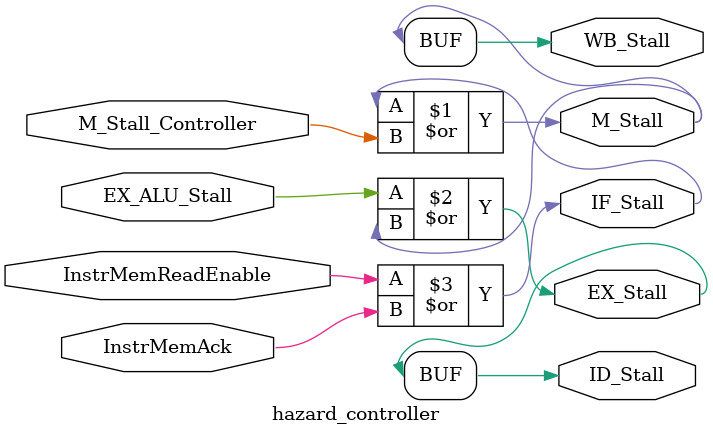
<source format=sv>
/*
 * Description:
 *   Hazard Detection and Forward Control. This is the glue that allows a
 *   pipelined processor to operate efficiently and correctly in the presence
 *   of data, structural, and control hazards. For each pipeline stage, it
 *   detects whether that stage requires data that is still in the pipeline,
 *   and whether that data may be forwarded or if the pipeline must be stalled.
 *
 *   This module is heavily commented. Read below for more information.
 */
module hazard_controller(
  // I-Memory signal for IF_Stall
  input InstrMemReadEnable,
  input InstrMemAck,
  // ex) DIV stall
  input EX_ALU_Stall,
  // memory stall
  input M_Stall_Controller,  // Determined by data memory controller

  // stall
  output IF_Stall,
  output ID_Stall,
  output EX_Stall,
  output M_Stall,
  output WB_Stall
);

  /* Hazard and Forward Detection
   *
   * Most instructions read from one or more registers. Normally this occurs in
   * the ID stage. However, frequently the register file in the ID stage is stale
   * when one or more forward stages in the pipeline (EX, MEM, or WB) contains
   * an instruction which will eventually update it but has not yet done so.
   *
   * A hazard condition is created when a forward pipeline stage is set to write
   * the same register that a current pipeline stage (e.g. in ID) needs to read.
   * The solution is to stall the current stage (and effectively all stages behind
   * it) or bypass (forward) the data from forward stages. Fortunately forwarding
   * works for most combinations of instructions.
   *
   * Hazard and Forward conditions are handled based on two simple rules:
   * "Wants" and "Needs." If an instruction "wants" data in a certain pipeline
   * stage, and that data is available further along in the pipeline, it will
   * be forwarded. If it "needs" data and the data is not yet available for forwarding,
   * the pipeline stage stalls. If it does not want or need data in a certain
   * stage, forwarding is disabled and a stall will not occur. This is important
   * for instructions which insert custom data, such as jal or movz.
   *
   * Currently, "Want" and "Need" conditions are defined for both Rs data and Rt
   * data (the two read registers in MIPS), and these conditions exist in the
   * ID and EX pipeline stages. This is a total of eight condition bits.
   *
   * A unique exception exists with Store instructions, which don't need the
   * "Rt" data until the MEM stage. Because data doesn't change in WB, and WB
   * is the only stage following MEM, forwarding is *always* possible from
   * WB to Mem. This unit handles this situation, and a condition bit is not
   * needed.
   *
   * When data is needed from the MEM stage by a previous stage (ID or EX), the
   * decision to forward or stall is based on whether MEM is accessing memory
   * (stall) or not (forward). Normally store instructions don't write to registers
   * and thus are never needed for a data dependence, so the signal 'MEM_MemRead'
   * is sufficient to determine. Because of the Store Conditional instruction,
   * however, 'MEM_MemWrite' must also be considered because it writes to a register.
   *
   */

  // TODO: Stalls and Control Flow Final Assignments
  assign WB_Stall = M_Stall;
  assign  M_Stall = IF_Stall | M_Stall_Controller;
  assign EX_Stall = /*(EX_Stall_1 | EX_Stall_2 | EX_Exception_Stall) |*/ EX_ALU_Stall | M_Stall;
  assign ID_Stall = /*(ID_Stall_1 | ID_Stall_2 | ID_Stall_3 | ID_Stall_4 | ID_Exception_Stall) |*/ EX_Stall;
  assign IF_Stall = InstrMemReadEnable | InstrMemAck /*| IF_Exception_Stall*/;

endmodule

</source>
